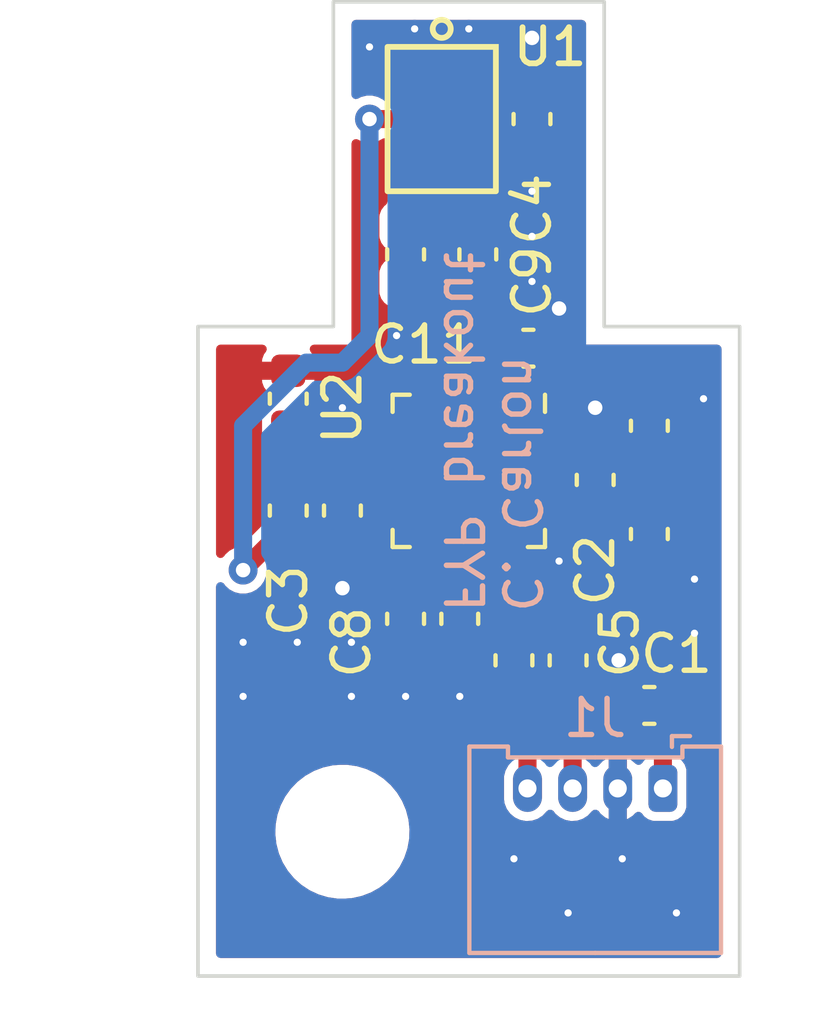
<source format=kicad_pcb>
(kicad_pcb (version 20221018) (generator pcbnew)
  (layers (0 "F.Cu" signal) (31 "B.Cu" signal) (34 "B.Paste" user) (35 "F.Paste" user) (36 "B.SilkS" user "B.Silkscreen") (37 "F.SilkS" user "F.Silkscreen") (38 "B.Mask" user) (39 "F.Mask" user) (44 "Edge.Cuts" user))
  (net 0 "")
  (net 1 "GNDA")
  (net 2 "Net-(J1-Pin_3)")
  (net 3 "Net-(J1-Pin_4)")
  (net 4 "+5V")
  (net 5 "Net-(U1-Vdd)")
  (net 6 "Net-(U2-OUT+)")
  (net 7 "Net-(U1-OUT)")
  (net 8 "Net-(U2-IN+)")
  (net 9 "Net-(U2-OUT-)")
  (net 10 "Net-(U2-C1)")
  (net 11 "Net-(U2-IN-)")
  (net 12 "Net-(U2-C2)")
  (net 13 "Net-(U2-BYP)")
  (net 14 "Net-(U2-GS)")
  (net 15 "Net-(U2-STBY)")
  (footprint "Capacitor_SMD:C_0603_1608Metric" (layer "F.Cu") (at 147.75 113.25 -90)
    (fp_text reference "C5" (at -0.5 -1.43 90) (layer "F.SilkS"))
    (fp_text value "100n")
    (fp_line (start -0.14058 -0.51) (end 0.14058 -0.51) (stroke (width 0.12)) (layer "F.SilkS"))
    (fp_line (start -0.14058 0.51) (end 0.14058 0.51) (stroke (width 0.12)) (layer "F.SilkS"))
    (pad "1" smd roundrect (at -0.775 0 270) (size 0.9 0.95) (layers "F.Cu" "F.Paste" "F.Mask") (net 6 "Net-(U2-OUT+)"))
    (pad "2" smd roundrect (at 0.775 0 270) (size 0.9 0.95) (layers "F.Cu" "F.Paste" "F.Mask") (net 2 "Net-(J1-Pin_3)"))
  )
  (footprint "Capacitor_SMD:C_0603_1608Metric" (layer "F.Cu") (at 150 106.75 -90)
    (fp_text reference "R4" hide)
    (fp_text value "0R")
    (fp_line (start -0.14058 -0.51) (end 0.14058 -0.51) (stroke (width 0.12)) (layer "F.SilkS"))
    (fp_line (start -0.14058 0.51) (end 0.14058 0.51) (stroke (width 0.12)) (layer "F.SilkS"))
    (pad "1" smd roundrect (at -0.775 0 270) (size 0.9 0.95) (layers "F.Cu" "F.Paste" "F.Mask") (net 1 "GNDA"))
    (pad "2" smd roundrect (at 0.775 0 270) (size 0.9 0.95) (layers "F.Cu" "F.Paste" "F.Mask") (net 15 "Net-(U2-STBY)"))
  )
  (footprint "Capacitor_SMD:C_0603_1608Metric" (layer "F.Cu") (at 141.5 109.1 90)
    (fp_text reference "C3" (at -2.5 -1.5 90) (layer "F.SilkS"))
    (fp_text value "1μ")
    (fp_line (start -0.14058 -0.51) (end 0.14058 -0.51) (stroke (width 0.12)) (layer "F.SilkS"))
    (fp_line (start -0.14058 0.51) (end 0.14058 0.51) (stroke (width 0.12)) (layer "F.SilkS"))
    (pad "1" smd roundrect (at -0.775 0 90) (size 0.9 0.95) (layers "F.Cu" "F.Paste" "F.Mask") (net 1 "GNDA"))
    (pad "2" smd roundrect (at 0.775 0 90) (size 0.9 0.95) (layers "F.Cu" "F.Paste" "F.Mask") (net 5 "Net-(U1-Vdd)"))
  )
  (footprint "Capacitor_SMD:C_0603_1608Metric" (layer "F.Cu") (at 148.5 108.25 -90)
    (fp_text reference "C2" (at 2.5 0 90) (layer "F.SilkS"))
    (fp_text value "100n")
    (fp_line (start -0.14058 -0.51) (end 0.14058 -0.51) (stroke (width 0.12)) (layer "F.SilkS"))
    (fp_line (start -0.14058 0.51) (end 0.14058 0.51) (stroke (width 0.12)) (layer "F.SilkS"))
    (pad "1" smd roundrect (at -0.775 0 270) (size 0.9 0.95) (layers "F.Cu" "F.Paste" "F.Mask") (net 1 "GNDA"))
    (pad "2" smd roundrect (at 0.775 0 270) (size 0.9 0.95) (layers "F.Cu" "F.Paste" "F.Mask") (net 4 "+5V"))
  )
  (footprint "MountingHole:MountingHole_3.2mm_M3" (layer "F.Cu") (at 141.5 118)
    (fp_text reference "REF**" hide)
    (fp_text value "MountingHole_3.2mm_M3")
    (pad "" np_thru_hole circle (at 0 0) (size 3.2 3.2) (drill 3.2) (layers "*.Cu" "*.Mask"))
  )
  (footprint "Capacitor_SMD:C_0603_1608Metric" (layer "F.Cu") (at 146.65 104.6)
    (fp_text reference "C11" (at -2.9 -0.1) (layer "F.SilkS"))
    (fp_text value "1μ")
    (fp_line (start -0.14058 -0.51) (end 0.14058 -0.51) (stroke (width 0.12)) (layer "F.SilkS"))
    (fp_line (start -0.14058 0.51) (end 0.14058 0.51) (stroke (width 0.12)) (layer "F.SilkS"))
    (pad "1" smd roundrect (at -0.775 0) (size 0.9 0.95) (layers "F.Cu" "F.Paste" "F.Mask") (net 13 "Net-(U2-BYP)"))
    (pad "2" smd roundrect (at 0.775 0) (size 0.9 0.95) (layers "F.Cu" "F.Paste" "F.Mask") (net 1 "GNDA"))
  )
  (footprint "Capacitor_SMD:C_0603_1608Metric" (layer "F.Cu") (at 146.75 98.25 -90)
    (fp_text reference "C4" (at 2.5 0 90) (layer "F.SilkS"))
    (fp_text value "1n")
    (fp_line (start -0.14058 -0.51) (end 0.14058 -0.51) (stroke (width 0.12)) (layer "F.SilkS"))
    (fp_line (start -0.14058 0.51) (end 0.14058 0.51) (stroke (width 0.12)) (layer "F.SilkS"))
    (pad "1" smd roundrect (at -0.775 0 270) (size 0.9 0.95) (layers "F.Cu" "F.Paste" "F.Mask") (net 1 "GNDA"))
    (pad "2" smd roundrect (at 0.775 0 270) (size 0.9 0.95) (layers "F.Cu" "F.Paste" "F.Mask") (net 5 "Net-(U1-Vdd)"))
  )
  (footprint "Capacitor_SMD:C_0603_1608Metric" (layer "F.Cu") (at 143.25 102 -90)
    (fp_text reference "C6" hide)
    (fp_text value "100n")
    (fp_line (start -0.14058 -0.51) (end 0.14058 -0.51) (stroke (width 0.12)) (layer "F.SilkS"))
    (fp_line (start -0.14058 0.51) (end 0.14058 0.51) (stroke (width 0.12)) (layer "F.SilkS"))
    (pad "1" smd roundrect (at -0.775 0 270) (size 0.9 0.95) (layers "F.Cu" "F.Paste" "F.Mask") (net 7 "Net-(U1-OUT)"))
    (pad "2" smd roundrect (at 0.775 0 270) (size 0.9 0.95) (layers "F.Cu" "F.Paste" "F.Mask") (net 8 "Net-(U2-IN+)"))
  )
  (footprint "Capacitor_SMD:C_0603_1608Metric" (layer "F.Cu") (at 150 109.75 90)
    (fp_text reference "R3" hide)
    (fp_text value "0R")
    (fp_line (start -0.14058 -0.51) (end 0.14058 -0.51) (stroke (width 0.12)) (layer "F.SilkS"))
    (fp_line (start -0.14058 0.51) (end 0.14058 0.51) (stroke (width 0.12)) (layer "F.SilkS"))
    (pad "1" smd roundrect (at -0.775 0 90) (size 0.9 0.95) (layers "F.Cu" "F.Paste" "F.Mask") (net 4 "+5V"))
    (pad "2" smd roundrect (at 0.775 0 90) (size 0.9 0.95) (layers "F.Cu" "F.Paste" "F.Mask") (net 15 "Net-(U2-STBY)"))
  )
  (footprint "fyp:SPH1642HT5H-1" (layer "F.Cu") (at 144.25 98.25 -90)
    (fp_text reference "U1" (at -2 -3 unlocked) (layer "F.SilkS") (effects (font (thickness 0.16))))
    (fp_text value "~")
    (fp_rect (start -2 -1.5) (end 2 1.5) (stroke (width 0.16)) (fill none) (layer "F.SilkS"))
    (fp_circle (center -2.5 0) (end -2.25 0) (stroke (width 0.16)) (fill none) (layer "F.SilkS"))
    (pad "1" smd rect (at -1.104 -0.884 270) (size 1.032 0.622) (layers "F.Cu" "F.Paste" "F.Mask") (net 1 "GNDA"))
    (pad "2" smd rect (at -1.104 0 270) (size 1.032 0.5) (layers "F.Cu" "F.Paste" "F.Mask") (net 1 "GNDA"))
    (pad "3" smd rect (at -1.104 0.884 270) (size 1.032 0.622) (layers "F.Cu" "F.Paste" "F.Mask") (net 1 "GNDA"))
    (pad "4" smd rect (at 1.104 0.884 270) (size 1.032 0.622) (layers "F.Cu" "F.Paste" "F.Mask") (net 7 "Net-(U1-OUT)"))
    (pad "5" smd rect (at 1.104 0 270) (size 1.032 0.5) (layers "F.Cu" "F.Paste" "F.Mask") (net 1 "GNDA"))
    (pad "6" smd roundrect (at 1.104 -0.884 270) (size 1.032 0.622) (layers "F.Cu" "F.Paste" "F.Mask") (roundrect_rratio 0) (chamfer_ratio 0.2) (chamfer top_right) (net 5 "Net-(U1-Vdd)"))
  )
  (footprint "Capacitor_SMD:C_0603_1608Metric" (layer "F.Cu") (at 140 109.1 90)
    (fp_text reference "R1" hide)
    (fp_text value "0R")
    (fp_line (start -0.14058 -0.51) (end 0.14058 -0.51) (stroke (width 0.12)) (layer "F.SilkS"))
    (fp_line (start -0.14058 0.51) (end 0.14058 0.51) (stroke (width 0.12)) (layer "F.SilkS"))
    (pad "1" smd roundrect (at -0.775 0 90) (size 0.9 0.95) (layers "F.Cu" "F.Paste" "F.Mask") (net 5 "Net-(U1-Vdd)"))
    (pad "2" smd roundrect (at 0.775 0 90) (size 0.9 0.95) (layers "F.Cu" "F.Paste" "F.Mask") (net 14 "Net-(U2-GS)"))
  )
  (footprint "Capacitor_SMD:C_0603_1608Metric" (layer "F.Cu") (at 140 106 90)
    (fp_text reference "R2" hide)
    (fp_text value "68")
    (fp_line (start -0.14058 -0.51) (end 0.14058 -0.51) (stroke (width 0.12)) (layer "F.SilkS"))
    (fp_line (start -0.14058 0.51) (end 0.14058 0.51) (stroke (width 0.12)) (layer "F.SilkS"))
    (pad "1" smd roundrect (at -0.775 0 90) (size 0.9 0.95) (layers "F.Cu" "F.Paste" "F.Mask") (net 14 "Net-(U2-GS)"))
    (pad "2" smd roundrect (at 0.775 0 90) (size 0.9 0.95) (layers "F.Cu" "F.Paste" "F.Mask") (net 1 "GNDA"))
  )
  (footprint "Package_DFN_QFN:QFN-24-1EP_4x4mm_P0.5mm_EP2.6x2.6mm" (layer "F.Cu") (at 145 108 -90)
    (fp_text reference "U2" (at -1.75 3.5 90) (layer "F.SilkS"))
    (fp_text value "~")
    (fp_line (start -2.11 2.11) (end -2.11 1.635) (stroke (width 0.12)) (layer "F.SilkS"))
    (fp_line (start -1.635 -2.11) (end -2.11 -2.11) (stroke (width 0.12)) (layer "F.SilkS"))
    (fp_line (start -1.635 2.11) (end -2.11 2.11) (stroke (width 0.12)) (layer "F.SilkS"))
    (fp_line (start 1.635 -2.11) (end 2.11 -2.11) (stroke (width 0.12)) (layer "F.SilkS"))
    (fp_line (start 1.635 2.11) (end 2.11 2.11) (stroke (width 0.12)) (layer "F.SilkS"))
    (fp_line (start 2.11 -2.11) (end 2.11 -1.635) (stroke (width 0.12)) (layer "F.SilkS"))
    (fp_line (start 2.11 2.11) (end 2.11 1.635) (stroke (width 0.12)) (layer "F.SilkS"))
    (pad "1" smd roundrect (at -1.9375 -1.25 270) (size 0.825 0.25) (layers "F.Cu" "F.Paste" "F.Mask"))
    (pad "2" smd roundrect (at -1.9375 -0.75 270) (size 0.825 0.25) (layers "F.Cu" "F.Paste" "F.Mask") (net 13 "Net-(U2-BYP)"))
    (pad "3" smd roundrect (at -1.9375 -0.25 270) (size 0.825 0.25) (layers "F.Cu" "F.Paste" "F.Mask"))
    (pad "4" smd roundrect (at -1.9375 0.25 270) (size 0.825 0.25) (layers "F.Cu" "F.Paste" "F.Mask") (net 1 "GNDA"))
    (pad "5" smd roundrect (at -1.9375 0.75 270) (size 0.825 0.25) (layers "F.Cu" "F.Paste" "F.Mask") (net 11 "Net-(U2-IN-)"))
    (pad "6" smd roundrect (at -1.9375 1.25 270) (size 0.825 0.25) (layers "F.Cu" "F.Paste" "F.Mask"))
    (pad "7" smd roundrect (at -1.25 1.9375 270) (size 0.25 0.825) (layers "F.Cu" "F.Paste" "F.Mask"))
    (pad "8" smd roundrect (at -0.75 1.9375 270) (size 0.25 0.825) (layers "F.Cu" "F.Paste" "F.Mask") (net 8 "Net-(U2-IN+)"))
    (pad "9" smd roundrect (at -0.25 1.9375 270) (size 0.25 0.825) (layers "F.Cu" "F.Paste" "F.Mask") (net 14 "Net-(U2-GS)"))
    (pad "10" smd roundrect (at 0.25 1.9375 270) (size 0.25 0.825) (layers "F.Cu" "F.Paste" "F.Mask") (net 5 "Net-(U1-Vdd)"))
    (pad "11" smd roundrect (at 0.75 1.9375 270) (size 0.25 0.825) (layers "F.Cu" "F.Paste" "F.Mask"))
    (pad "12" smd roundrect (at 1.25 1.9375 270) (size 0.25 0.825) (layers "F.Cu" "F.Paste" "F.Mask"))
    (pad "13" smd roundrect (at 1.9375 1.25 270) (size 0.825 0.25) (layers "F.Cu" "F.Paste" "F.Mask"))
    (pad "14" smd roundrect (at 1.9375 0.75 270) (size 0.825 0.25) (layers "F.Cu" "F.Paste" "F.Mask") (net 10 "Net-(U2-C1)"))
    (pad "15" smd roundrect (at 1.9375 0.25 270) (size 0.825 0.25) (layers "F.Cu" "F.Paste" "F.Mask") (net 12 "Net-(U2-C2)"))
    (pad "16" smd roundrect (at 1.9375 -0.25 270) (size 0.825 0.25) (layers "F.Cu" "F.Paste" "F.Mask") (net 9 "Net-(U2-OUT-)"))
    (pad "17" smd roundrect (at 1.9375 -0.75 270) (size 0.825 0.25) (layers "F.Cu" "F.Paste" "F.Mask") (net 6 "Net-(U2-OUT+)"))
    (pad "18" smd roundrect (at 1.9375 -1.25 270) (size 0.825 0.25) (layers "F.Cu" "F.Paste" "F.Mask"))
    (pad "19" smd roundrect (at 1.25 -1.9375 270) (size 0.25 0.825) (layers "F.Cu" "F.Paste" "F.Mask"))
    (pad "20" smd roundrect (at 0.75 -1.9375 270) (size 0.25 0.825) (layers "F.Cu" "F.Paste" "F.Mask") (net 4 "+5V"))
    (pad "21" smd roundrect (at 0.25 -1.9375 270) (size 0.25 0.825) (layers "F.Cu" "F.Paste" "F.Mask") (net 15 "Net-(U2-STBY)"))
    (pad "22" smd roundrect (at -0.25 -1.9375 270) (size 0.25 0.825) (layers "F.Cu" "F.Paste" "F.Mask") (net 1 "GNDA"))
    (pad "23" smd roundrect (at -0.75 -1.9375 270) (size 0.25 0.825) (layers "F.Cu" "F.Paste" "F.Mask"))
    (pad "24" smd roundrect (at -1.25 -1.9375 270) (size 0.25 0.825) (layers "F.Cu" "F.Paste" "F.Mask"))
    (pad "25" smd rect (at 0 0 270) (size 2.6 2.6) (layers "F.Cu" "F.Mask"))
  )
  (footprint "Capacitor_SMD:C_0603_1608Metric" (layer "F.Cu") (at 144.75 112.1 -90)
    (fp_text reference "C10" hide)
    (fp_text value "100n")
    (fp_line (start -0.14058 -0.51) (end 0.14058 -0.51) (stroke (width 0.12)) (layer "F.SilkS"))
    (fp_line (start -0.14058 0.51) (end 0.14058 0.51) (stroke (width 0.12)) (layer "F.SilkS"))
    (pad "1" smd roundrect (at -0.775 0 270) (size 0.9 0.95) (layers "F.Cu" "F.Paste" "F.Mask") (net 12 "Net-(U2-C2)"))
    (pad "2" smd roundrect (at 0.775 0 270) (size 0.9 0.95) (layers "F.Cu" "F.Paste" "F.Mask") (net 9 "Net-(U2-OUT-)"))
  )
  (footprint "Capacitor_SMD:C_0603_1608Metric" (layer "F.Cu") (at 146.25 113.25 -90)
    (fp_text reference "C7" hide)
    (fp_text value "100n")
    (fp_line (start -0.14058 -0.51) (end 0.14058 -0.51) (stroke (width 0.12)) (layer "F.SilkS"))
    (fp_line (start -0.14058 0.51) (end 0.14058 0.51) (stroke (width 0.12)) (layer "F.SilkS"))
    (pad "1" smd roundrect (at -0.775 0 270) (size 0.9 0.95) (layers "F.Cu" "F.Paste" "F.Mask") (net 9 "Net-(U2-OUT-)"))
    (pad "2" smd roundrect (at 0.775 0 270) (size 0.9 0.95) (layers "F.Cu" "F.Paste" "F.Mask") (net 3 "Net-(J1-Pin_4)"))
  )
  (footprint "Capacitor_SMD:C_0603_1608Metric" (layer "F.Cu") (at 143.25 112.1 -90)
    (fp_text reference "C8" (at 0.65 1.5 90) (layer "F.SilkS"))
    (fp_text value "100n")
    (fp_line (start -0.14058 -0.51) (end 0.14058 -0.51) (stroke (width 0.12)) (layer "F.SilkS"))
    (fp_line (start -0.14058 0.51) (end 0.14058 0.51) (stroke (width 0.12)) (layer "F.SilkS"))
    (pad "1" smd roundrect (at -0.775 0 270) (size 0.9 0.95) (layers "F.Cu" "F.Paste" "F.Mask") (net 10 "Net-(U2-C1)"))
    (pad "2" smd roundrect (at 0.775 0 270) (size 0.9 0.95) (layers "F.Cu" "F.Paste" "F.Mask") (net 6 "Net-(U2-OUT+)"))
  )
  (footprint "Capacitor_SMD:C_0603_1608Metric" (layer "F.Cu") (at 145.25 102 -90)
    (fp_text reference "C9" (at 0.75 -1.5 90) (layer "F.SilkS"))
    (fp_text value "100n")
    (fp_line (start -0.14058 -0.51) (end 0.14058 -0.51) (stroke (width 0.12)) (layer "F.SilkS"))
    (fp_line (start -0.14058 0.51) (end 0.14058 0.51) (stroke (width 0.12)) (layer "F.SilkS"))
    (pad "1" smd roundrect (at -0.775 0 270) (size 0.9 0.95) (layers "F.Cu" "F.Paste" "F.Mask") (net 1 "GNDA"))
    (pad "2" smd roundrect (at 0.775 0 270) (size 0.9 0.95) (layers "F.Cu" "F.Paste" "F.Mask") (net 11 "Net-(U2-IN-)"))
  )
  (footprint "Capacitor_SMD:C_0603_1608Metric" (layer "F.Cu") (at 150 114.5)
    (fp_text reference "C1" (at 0.75 -1.43) (layer "F.SilkS"))
    (fp_text value "1μ")
    (fp_line (start -0.14058 -0.51) (end 0.14058 -0.51) (stroke (width 0.12)) (layer "F.SilkS"))
    (fp_line (start -0.14058 0.51) (end 0.14058 0.51) (stroke (width 0.12)) (layer "F.SilkS"))
    (pad "1" smd roundrect (at -0.775 0) (size 0.9 0.95) (layers "F.Cu" "F.Paste" "F.Mask") (net 1 "GNDA"))
    (pad "2" smd roundrect (at 0.775 0) (size 0.9 0.95) (layers "F.Cu" "F.Paste" "F.Mask") (net 4 "+5V"))
  )
  (footprint "Connector_Molex:Molex_PicoBlade_53048-0410_1x04_P1.25mm_Horizontal" (layer "B.Cu") (at 150.375 116.8 180)
    (fp_text reference "J1" (at 1.88 1.95) (layer "B.SilkS") (effects (justify mirror)))
    (fp_text value "Conn_01x04_Pin")
    (fp_line (start -1.61 -4.56) (end 1.875 -4.56) (stroke (width 0.12)) (layer "B.SilkS"))
    (fp_line (start -1.61 1.16) (end -1.61 -4.56) (stroke (width 0.12)) (layer "B.SilkS"))
    (fp_line (start -0.54 0.86) (end -0.54 1.16) (stroke (width 0.12)) (layer "B.SilkS"))
    (fp_line (start -0.54 1.16) (end -1.61 1.16) (stroke (width 0.12)) (layer "B.SilkS"))
    (fp_line (start -0.25 1.15) (end -0.25 1.45) (stroke (width 0.12)) (layer "B.SilkS"))
    (fp_line (start -0.25 1.45) (end -0.75 1.45) (stroke (width 0.12)) (layer "B.SilkS"))
    (fp_line (start 1.875 0.86) (end -0.54 0.86) (stroke (width 0.12)) (layer "B.SilkS"))
    (fp_line (start 1.875 0.86) (end 4.29 0.86) (stroke (width 0.12)) (layer "B.SilkS"))
    (fp_line (start 4.29 0.86) (end 4.29 1.16) (stroke (width 0.12)) (layer "B.SilkS"))
    (fp_line (start 4.29 1.16) (end 5.36 1.16) (stroke (width 0.12)) (layer "B.SilkS"))
    (fp_line (start 5.36 -4.56) (end 1.875 -4.56) (stroke (width 0.12)) (layer "B.SilkS"))
    (fp_line (start 5.36 1.16) (end 5.36 -4.56) (stroke (width 0.12)) (layer "B.SilkS"))
    (pad "1" thru_hole roundrect (at 0 0 180) (size 0.8 1.3) (drill 0.5) (layers "*.Cu" "*.Mask") (net 4 "+5V"))
    (pad "2" thru_hole oval (at 1.25 0 180) (size 0.8 1.3) (drill 0.5) (layers "*.Cu" "*.Mask") (net 1 "GNDA"))
    (pad "3" thru_hole oval (at 2.5 0 180) (size 0.8 1.3) (drill 0.5) (layers "*.Cu" "*.Mask") (net 2 "Net-(J1-Pin_3)"))
    (pad "4" thru_hole oval (at 3.75 0 180) (size 0.8 1.3) (drill 0.5) (layers "*.Cu" "*.Mask") (net 3 "Net-(J1-Pin_4)"))
  )
  (gr_poly (pts (xy 152.5 122) (xy 152.5 104) (xy 148.75 104) (xy 148.75 95) (xy 141.25 95) (xy 141.25 104) (xy 137.5 104) (xy 137.5 122)) (stroke (width 0.1)) (fill none) (layer "Edge.Cuts"))
  (gr_text "C. Carlon\nFYP breakout" (at 144.25 112 -90) (layer "B.SilkS") (effects (font (size 1 1)) (justify left bottom mirror)))
  (segment (start 145.2 103.55) (end 147.45 103.55) (width 0.25) (layer "F.Cu") (net 1))
  (segment (start 149.225 114.5) (end 149.225 113.3245) (width 0.25) (layer "F.Cu") (net 1))
  (segment (start 146.75 96) (end 146.75 97.475) (width 0.25) (layer "F.Cu") (net 1))
  (segment (start 149.125 116.8) (end 149.125 114.6) (width 0.5) (layer "F.Cu") (net 1))
  (segment (start 143.366 97.146) (end 144.25 97.146) (width 0.5) (layer "F.Cu") (net 1))
  (segment (start 149.125 114.6) (end 149.225 114.5) (width 0.5) (layer "F.Cu") (net 1))
  (segment (start 148.5 107.475) (end 148.5 106.25) (width 0.25) (layer "F.Cu") (net 1))
  (segment (start 148.225 107.75) (end 148.5 107.475) (width 0.25) (layer "F.Cu") (net 1))
  (segment (start 147.5 103.5) (end 147.5 104.525) (width 0.25) (layer "F.Cu") (net 1))
  (segment (start 144.75 104) (end 145.2 103.55) (width 0.25) (layer "F.Cu") (net 1))
  (segment (start 145.25 101.225) (end 144.25 100.225) (width 0.5) (layer "F.Cu") (net 1))
  (segment (start 144.25 97.146) (end 145.134 97.146) (width 0.5) (layer "F.Cu") (net 1))
  (segment (start 144.75 106.0625) (end 144.75 104) (width 0.25) (layer "F.Cu") (net 1))
  (segment (start 146.9375 107.75) (end 148.225 107.75) (width 0.25) (layer "F.Cu") (net 1))
  (segment (start 149.225 113.3245) (end 149.1505 113.25) (width 0.25) (layer "F.Cu") (net 1))
  (segment (start 144.25 100.225) (end 144.25 99.354) (width 0.5) (layer "F.Cu") (net 1))
  (segment (start 147.45 103.55) (end 147.5 103.5) (width 0.25) (layer "F.Cu") (net 1))
  (segment (start 147.5 104.525) (end 147.425 104.6) (width 0.25) (layer "F.Cu") (net 1))
  (segment (start 141.5 109.875) (end 141.5 111.25) (width 0.25) (layer "F.Cu") (net 1))
  (via (at 149.1505 113.25) (size 0.8) (drill 0.4) (layers "F.Cu" "B.Cu") (net 1))
  (via (at 150.75 120.25) (size 0.5) (drill 0.2) (layers "F.Cu" "B.Cu") (net 1))
  (via (at 143 104.25) (size 0.5) (drill 0.2) (layers "F.Cu" "B.Cu") (net 1))
  (via (at 140.25 112.75) (size 0.5) (drill 0.2) (layers "F.Cu" "B.Cu") (net 1))
  (via (at 151.5 106) (size 0.5) (drill 0.2) (layers "F.Cu" "B.Cu") (net 1))
  (via (at 142.25 96.25) (size 0.5) (drill 0.2) (layers "F.Cu" "B.Cu") (net 1))
  (via (at 146.75 100.25) (size 0.5) (drill 0.2) (layers "F.Cu" "B.Cu") (net 1))
  (via (at 143.5 95.75) (size 0.5) (drill 0.2) (layers "F.Cu" "B.Cu") (net 1))
  (via (at 141.5 111.25) (size 0.8) (drill 0.4) (layers "F.Cu" "B.Cu") (net 1))
  (via (at 147.75 120.25) (size 0.5) (drill 0.2) (layers "F.Cu" "B.Cu") (net 1))
  (via (at 147.5 103.5) (size 0.8) (drill 0.4) (layers "F.Cu" "B.Cu") (net 1))
  (via (at 138.75 114.25) (size 0.5) (drill 0.2) (layers "F.Cu" "B.Cu") (net 1))
  (via (at 148.5 106.25) (size 0.8) (drill 0.4) (layers "F.Cu" "B.Cu") (net 1))
  (via (at 141.75 112.75) (size 0.5) (drill 0.2) (layers "F.Cu" "B.Cu") (net 1))
  (via (at 146.75 96) (size 0.8) (drill 0.4) (layers "F.Cu" "B.Cu") (net 1))
  (via (at 146.25 118.75) (size 0.5) (drill 0.2) (layers "F.Cu" "B.Cu") (net 1))
  (via (at 138.75 112.75) (size 0.5) (drill 0.2) (layers "F.Cu" "B.Cu") (net 1))
  (via (at 143.25 114.25) (size 0.5) (drill 0.2) (layers "F.Cu" "B.Cu") (net 1))
  (via (at 141.5 106.25) (size 0.5) (drill 0.2) (layers "F.Cu" "B.Cu") (net 1))
  (via (at 151.25 112.5) (size 0.5) (drill 0.2) (layers "F.Cu" "B.Cu") (net 1))
  (via (at 141.75 114.25) (size 0.5) (drill 0.2) (layers "F.Cu" "B.Cu") (net 1))
  (via (at 146.75 102.75) (size 0.5) (drill 0.2) (layers "F.Cu" "B.Cu") (net 1))
  (via (at 151.25 111) (size 0.5) (drill 0.2) (layers "F.Cu" "B.Cu") (net 1))
  (via (at 149.25 118.75) (size 0.5) (drill 0.2) (layers "F.Cu" "B.Cu") (net 1))
  (via (at 147.5 110.5) (size 0.5) (drill 0.2) (layers "F.Cu" "B.Cu") (net 1))
  (via (at 144.75 114.25) (size 0.5) (drill 0.2) (layers "F.Cu" "B.Cu") (net 1))
  (via (at 146.75 101.5) (size 0.5) (drill 0.2) (layers "F.Cu" "B.Cu") (net 1))
  (via (at 145 95.75) (size 0.5) (drill 0.2) (layers "F.Cu" "B.Cu") (net 1))
  (segment (start 147.875 116.8) (end 147.875 114.15) (width 0.5) (layer "F.Cu") (net 2))
  (segment (start 147.875 114.15) (end 147.75 114.025) (width 0.5) (layer "F.Cu") (net 2))
  (segment (start 146.625 114.4) (end 146.25 114.025) (width 0.5) (layer "F.Cu") (net 3))
  (segment (start 146.625 116.8) (end 146.625 114.4) (width 0.5) (layer "F.Cu") (net 3))
  (segment (start 150.375 114.9) (end 150.775 114.5) (width 0.5) (layer "F.Cu") (net 4))
  (segment (start 150 113.725) (end 150.775 114.5) (width 0.5) (layer "F.Cu") (net 4))
  (segment (start 150.375 116.8) (end 150.375 114.9) (width 0.5) (layer "F.Cu") (net 4))
  (segment (start 146.9375 108.75) (end 148.225 108.75) (width 0.25) (layer "F.Cu") (net 4))
  (segment (start 148.5 109.025) (end 150 110.525) (width 0.5) (layer "F.Cu") (net 4))
  (segment (start 150 110.525) (end 150 113.725) (width 0.5) (layer "F.Cu") (net 4))
  (segment (start 148.225 108.75) (end 148.5 109.025) (width 0.25) (layer "F.Cu") (net 4))
  (segment (start 145.134 98.572) (end 145.134 99.354) (width 0.5) (layer "F.Cu") (net 5))
  (segment (start 140 109.875) (end 139.625 109.875) (width 0.5) (layer "F.Cu") (net 5))
  (segment (start 145.463 99.025) (end 146.75 99.025) (width 0.5) (layer "F.Cu") (net 5))
  (segment (start 144.812 98.25) (end 145.134 98.572) (width 0.5) (layer "F.Cu") (net 5))
  (segment (start 141.575 108.25) (end 143.0625 108.25) (width 0.25) (layer "F.Cu") (net 5))
  (segment (start 140 109.875) (end 140 109.825) (width 0.25) (layer "F.Cu") (net 5))
  (segment (start 145.134 99.354) (end 145.463 99.025) (width 0.5) (layer "F.Cu") (net 5))
  (segment (start 142.25 98.25) (end 144.812 98.25) (width 0.5) (layer "F.Cu") (net 5))
  (segment (start 140 109.825) (end 141.5 108.325) (width 0.25) (layer "F.Cu") (net 5))
  (segment (start 141.5 108.325) (end 141.575 108.25) (width 0.25) (layer "F.Cu") (net 5))
  (segment (start 139.625 109.875) (end 138.75 110.75) (width 0.5) (layer "F.Cu") (net 5))
  (via (at 142.25 98.25) (size 0.8) (drill 0.4) (layers "F.Cu" "B.Cu") (net 5))
  (via (at 138.75 110.75) (size 0.8) (drill 0.4) (layers "F.Cu" "B.Cu") (net 5))
  (segment (start 138.75 106.75) (end 140.5 105) (width 0.5) (layer "B.Cu") (net 5))
  (segment (start 142.25 104.25) (end 142.25 98.25) (width 0.5) (layer "B.Cu") (net 5))
  (segment (start 140.5 105) (end 141.5 105) (width 0.5) (layer "B.Cu") (net 5))
  (segment (start 138.75 110.75) (end 138.75 106.75) (width 0.5) (layer "B.Cu") (net 5))
  (segment (start 141.5 105) (end 142.25 104.25) (width 0.5) (layer "B.Cu") (net 5))
  (segment (start 144.025 113.65) (end 145.35 113.65) (width 0.25) (layer "F.Cu") (net 6))
  (segment (start 145.75 113.25) (end 146.975 113.25) (width 0.25) (layer "F.Cu") (net 6))
  (segment (start 145.35 113.65) (end 145.75 113.25) (width 0.25) (layer "F.Cu") (net 6))
  (segment (start 146.975 113.25) (end 147.75 112.475) (width 0.25) (layer "F.Cu") (net 6))
  (segment (start 143.25 112.875) (end 144.025 113.65) (width 0.25) (layer "F.Cu") (net 6))
  (segment (start 145.75 109.9375) (end 145.75 110.435787) (width 0.25) (layer "F.Cu") (net 6))
  (segment (start 145.75 110.435787) (end 147.75 112.435787) (width 0.25) (layer "F.Cu") (net 6))
  (segment (start 147.75 112.435787) (end 147.75 112.475) (width 0.25) (layer "F.Cu") (net 6))
  (segment (start 143.25 99.47) (end 143.366 99.354) (width 0.5) (layer "F.Cu") (net 7))
  (segment (start 143.25 101.225) (end 143.25 99.47) (width 0.5) (layer "F.Cu") (net 7))
  (segment (start 143.825 105.026992) (end 143.825 103.35) (width 0.25) (layer "F.Cu") (net 8))
  (segment (start 142.325 106.973008) (end 142.325 106.526992) (width 0.25) (layer "F.Cu") (net 8))
  (segment (start 143.825 103.35) (end 143.25 102.775) (width 0.25) (layer "F.Cu") (net 8))
  (segment (start 143.0625 107.25) (end 142.601992 107.25) (width 0.25) (layer "F.Cu") (net 8))
  (segment (start 142.601992 107.25) (end 142.325 106.973008) (width 0.25) (layer "F.Cu") (net 8))
  (segment (start 142.325 106.526992) (end 143.825 105.026992) (width 0.25) (layer "F.Cu") (net 8))
  (segment (start 146.25 111.572183) (end 146.25 112.475) (width 0.25) (layer "F.Cu") (net 9))
  (segment (start 145.15 112.475) (end 146.25 112.475) (width 0.25) (layer "F.Cu") (net 9))
  (segment (start 145.25 110.572183) (end 146.25 111.572183) (width 0.25) (layer "F.Cu") (net 9))
  (segment (start 145.25 109.9375) (end 145.25 110.572183) (width 0.25) (layer "F.Cu") (net 9))
  (segment (start 144.75 112.875) (end 145.15 112.475) (width 0.25) (layer "F.Cu") (net 9))
  (segment (start 144.25 110.572183) (end 144.25 109.9375) (width 0.25) (layer "F.Cu") (net 10))
  (segment (start 143.497183 111.325) (end 144.25 110.572183) (width 0.25) (layer "F.Cu") (net 10))
  (segment (start 143.25 111.325) (end 143.497183 111.325) (width 0.25) (layer "F.Cu") (net 10))
  (segment (start 144.25 106.0625) (end 144.275 106.0375) (width 0.25) (layer "F.Cu") (net 11))
  (segment (start 144.275 103.75) (end 145.25 102.775) (width 0.25) (layer "F.Cu") (net 11))
  (segment (start 144.275 106.0375) (end 144.275 103.75) (width 0.25) (layer "F.Cu") (net 11))
  (segment (start 144.75 111.325) (end 144.75 109.9375) (width 0.25) (layer "F.Cu") (net 12))
  (segment (start 145.75 106.0625) (end 145.75 104.725) (width 0.25) (layer "F.Cu") (net 13))
  (segment (start 145.75 104.725) (end 145.875 104.6) (width 0.25) (layer "F.Cu") (net 13))
  (segment (start 140 108.325) (end 140.775 107.55) (width 0.25) (layer "F.Cu") (net 14))
  (segment (start 142.05 107.55) (end 142.25 107.75) (width 0.25) (layer "F.Cu") (net 14))
  (segment (start 142.25 107.75) (end 143.0625 107.75) (width 0.25) (layer "F.Cu") (net 14))
  (segment (start 140 106.775) (end 140 108.325) (width 0.25) (layer "F.Cu") (net 14))
  (segment (start 140.775 107.55) (end 142.05 107.55) (width 0.25) (layer "F.Cu") (net 14))
  (segment (start 146.9375 108.25) (end 150 108.25) (width 0.25) (layer "F.Cu") (net 15))
  (segment (start 150 107.525) (end 150 108.25) (width 0.25) (layer "F.Cu") (net 15))
  (segment (start 150 108.25) (end 150 108.975) (width 0.25) (layer "F.Cu") (net 15))
  (zone (net 1) (net_name "GNDA") (layer "F.Cu") (connect_pads (clearance 0.25)) (min_thickness 0.25) (fill yes (thermal_gap 0.25) (thermal_bridge_width 0.5))
    (polygon (pts (xy 141.75 95.5) (xy 141.75 104.5) (xy 138 104.5) (xy 138 121.5) (xy 152 121.5) (xy 152 104.5) (xy 148.25 104.5) (xy 148.25 95.5)))
  )
  (zone (net 1) (net_name "GNDA") (layer "B.Cu") (priority 1) (connect_pads (clearance 0.25)) (min_thickness 0.25) (fill yes (thermal_gap 0.25) (thermal_bridge_width 0.5))
    (polygon (pts (xy 152 121.5) (xy 152 104.5) (xy 148.25 104.5) (xy 148.25 95.5) (xy 141.75 95.5) (xy 141.75 104.5) (xy 138 104.5) (xy 138 121.5)))
  )
)
</source>
